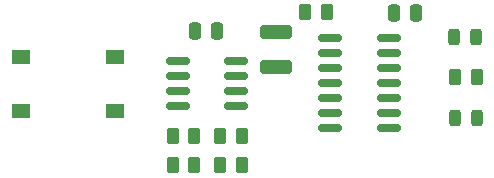
<source format=gbr>
%TF.GenerationSoftware,KiCad,Pcbnew,8.0.6*%
%TF.CreationDate,2024-11-04T13:00:15-03:00*%
%TF.ProjectId,chaveiro-fritzenlab,63686176-6569-4726-9f2d-667269747a65,rev?*%
%TF.SameCoordinates,Original*%
%TF.FileFunction,Paste,Top*%
%TF.FilePolarity,Positive*%
%FSLAX46Y46*%
G04 Gerber Fmt 4.6, Leading zero omitted, Abs format (unit mm)*
G04 Created by KiCad (PCBNEW 8.0.6) date 2024-11-04 13:00:15*
%MOMM*%
%LPD*%
G01*
G04 APERTURE LIST*
G04 Aperture macros list*
%AMRoundRect*
0 Rectangle with rounded corners*
0 $1 Rounding radius*
0 $2 $3 $4 $5 $6 $7 $8 $9 X,Y pos of 4 corners*
0 Add a 4 corners polygon primitive as box body*
4,1,4,$2,$3,$4,$5,$6,$7,$8,$9,$2,$3,0*
0 Add four circle primitives for the rounded corners*
1,1,$1+$1,$2,$3*
1,1,$1+$1,$4,$5*
1,1,$1+$1,$6,$7*
1,1,$1+$1,$8,$9*
0 Add four rect primitives between the rounded corners*
20,1,$1+$1,$2,$3,$4,$5,0*
20,1,$1+$1,$4,$5,$6,$7,0*
20,1,$1+$1,$6,$7,$8,$9,0*
20,1,$1+$1,$8,$9,$2,$3,0*%
G04 Aperture macros list end*
%ADD10RoundRect,0.250000X-0.250000X-0.475000X0.250000X-0.475000X0.250000X0.475000X-0.250000X0.475000X0*%
%ADD11RoundRect,0.150000X-0.825000X-0.150000X0.825000X-0.150000X0.825000X0.150000X-0.825000X0.150000X0*%
%ADD12RoundRect,0.250000X-1.100000X0.325000X-1.100000X-0.325000X1.100000X-0.325000X1.100000X0.325000X0*%
%ADD13RoundRect,0.250000X0.262500X0.450000X-0.262500X0.450000X-0.262500X-0.450000X0.262500X-0.450000X0*%
%ADD14RoundRect,0.250000X-0.262500X-0.450000X0.262500X-0.450000X0.262500X0.450000X-0.262500X0.450000X0*%
%ADD15R,1.550000X1.300000*%
%ADD16RoundRect,0.243750X0.243750X0.456250X-0.243750X0.456250X-0.243750X-0.456250X0.243750X-0.456250X0*%
G04 APERTURE END LIST*
D10*
%TO.C,C3*%
X140300000Y-73500000D03*
X142200000Y-73500000D03*
%TD*%
D11*
%TO.C,U2*%
X134925000Y-75590000D03*
X134925000Y-76860000D03*
X134925000Y-78130000D03*
X134925000Y-79400000D03*
X134925000Y-80670000D03*
X134925000Y-81940000D03*
X134925000Y-83210000D03*
X139875000Y-83210000D03*
X139875000Y-81940000D03*
X139875000Y-80670000D03*
X139875000Y-79400000D03*
X139875000Y-78130000D03*
X139875000Y-76860000D03*
X139875000Y-75590000D03*
%TD*%
D12*
%TO.C,C2*%
X130300000Y-75125000D03*
X130300000Y-78075000D03*
%TD*%
D13*
%TO.C,R5*%
X134612500Y-73400000D03*
X132787500Y-73400000D03*
%TD*%
D11*
%TO.C,U1*%
X122025000Y-77595000D03*
X122025000Y-78865000D03*
X122025000Y-80135000D03*
X122025000Y-81405000D03*
X126975000Y-81405000D03*
X126975000Y-80135000D03*
X126975000Y-78865000D03*
X126975000Y-77595000D03*
%TD*%
D14*
%TO.C,TH1*%
X121587500Y-83900000D03*
X123412500Y-83900000D03*
%TD*%
D15*
%TO.C,SW1*%
X108725000Y-77250000D03*
X116675000Y-77250000D03*
X108725000Y-81750000D03*
X116675000Y-81750000D03*
%TD*%
D14*
%TO.C,R4*%
X145487500Y-78900000D03*
X147312500Y-78900000D03*
%TD*%
%TO.C,R3*%
X127412500Y-86400000D03*
X125587500Y-86400000D03*
%TD*%
%TO.C,R2*%
X121587500Y-86400000D03*
X123412500Y-86400000D03*
%TD*%
%TO.C,R1*%
X125587500Y-83900000D03*
X127412500Y-83900000D03*
%TD*%
D16*
%TO.C,D2*%
X147337500Y-82400000D03*
X145462500Y-82400000D03*
%TD*%
%TO.C,D1*%
X147237500Y-75500000D03*
X145362500Y-75500000D03*
%TD*%
D10*
%TO.C,C1*%
X123450000Y-75000000D03*
X125350000Y-75000000D03*
%TD*%
M02*

</source>
